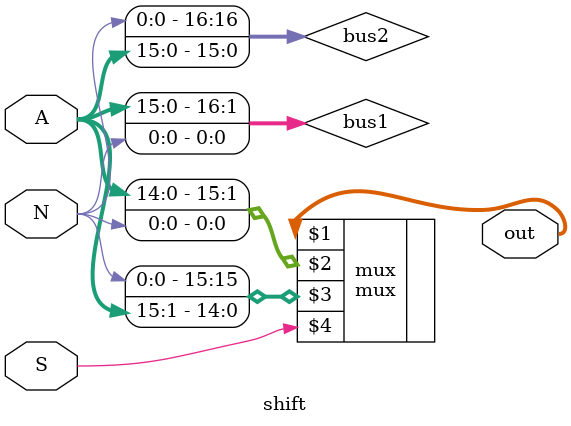
<source format=v>
module shift (out, A, S, N);

output wire [15:0] out;
input wire [15:0] A;
input wire N, S;

wire [16:0] bus1, bus2;

assign bus1[16:1] = A[15:0];
assign bus1[0] = N;
assign bus2[15:0] = A[15:0];
assign bus2[16] = N;

mux mux (out[15:0], bus1[15:0], bus2[16:1], S);

endmodule

</source>
